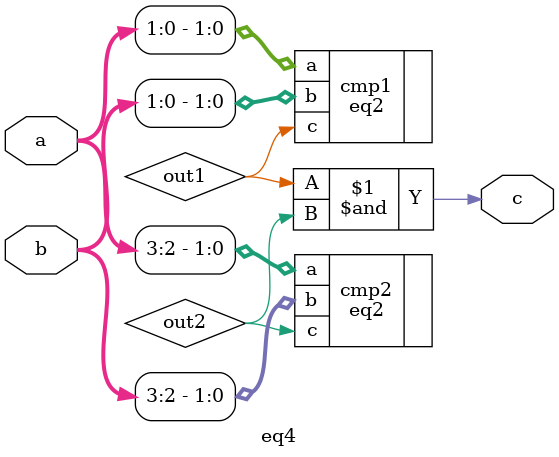
<source format=v>
module eq4(
	   input wire [3:0] a, b,
	   output wire c
	   );
   wire 	       out1, out2;
   eq2 cmp1 (.a(a[1:0]), .b(b[1:0]), .c(out1));
   eq2 cmp2 (.a(a[3:2]), .b(b[3:2]), .c(out2));
   assign c = out1 & out2;
endmodule

</source>
